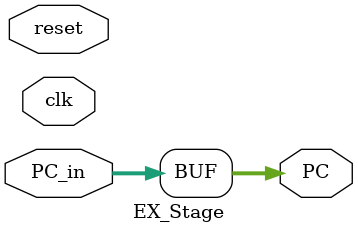
<source format=sv>
`timescale 1ns/1ns
module EX_Stage(input clk,reset,
                input [31:0] PC_in,
                output [31:0] PC);
                
        assign  PC = PC_in;
                
endmodule





</source>
